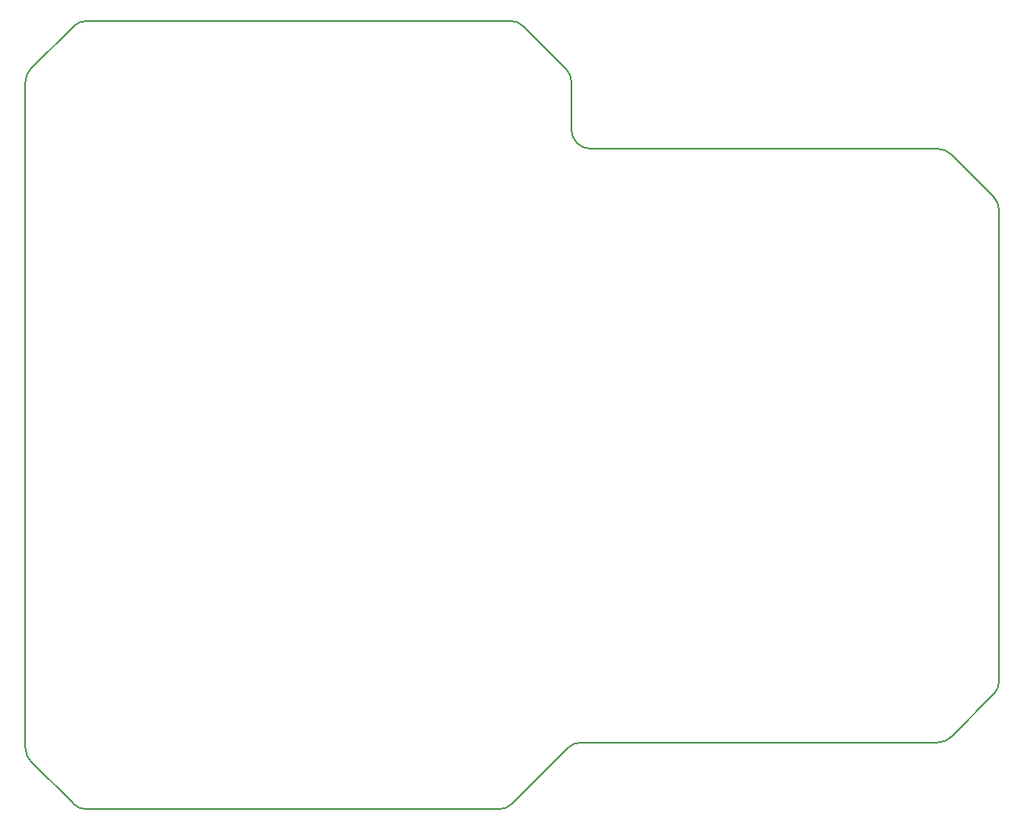
<source format=gbr>
%TF.GenerationSoftware,KiCad,Pcbnew,7.0.10*%
%TF.CreationDate,2024-02-08T22:37:47+01:00*%
%TF.ProjectId,LNA_1MHz,4c4e415f-314d-4487-9a2e-6b696361645f,V0*%
%TF.SameCoordinates,PX62ccf80PY8214c80*%
%TF.FileFunction,Profile,NP*%
%FSLAX46Y46*%
G04 Gerber Fmt 4.6, Leading zero omitted, Abs format (unit mm)*
G04 Created by KiCad (PCBNEW 7.0.10) date 2024-02-08 22:37:47*
%MOMM*%
%LPD*%
G01*
G04 APERTURE LIST*
%TA.AperFunction,Profile*%
%ADD10C,0.200000*%
%TD*%
G04 APERTURE END LIST*
D10*
X57200000Y71200000D02*
G75*
G03*
X59200000Y69200000I2000000J0D01*
G01*
X5014213Y82014214D02*
X585786Y77585786D01*
X57200000Y71200000D02*
X57200000Y76171573D01*
X5014200Y585773D02*
G75*
G03*
X6428427Y0I1414200J1414227D01*
G01*
X585786Y5014214D02*
X5014213Y585786D01*
X585772Y77585800D02*
G75*
G03*
X0Y76171573I1414228J-1414200D01*
G01*
X6428427Y82599981D02*
G75*
G03*
X5014213Y82014214I-27J-1999981D01*
G01*
X6428427Y0D02*
X49571572Y0D01*
X102000000Y13428427D02*
X102000000Y62771573D01*
X101414213Y64185786D02*
X96985786Y68614214D01*
X57199980Y76171573D02*
G75*
G03*
X56614213Y77585786I-1999980J27D01*
G01*
X58228427Y6999981D02*
G75*
G03*
X56814213Y6414214I-27J-1999981D01*
G01*
X95571572Y69200000D02*
X59200000Y69200000D01*
X95571572Y7000020D02*
G75*
G03*
X96985785Y7585787I28J1999980D01*
G01*
X101999980Y62771573D02*
G75*
G03*
X101414213Y64185786I-1999980J27D01*
G01*
X96985786Y7585786D02*
X101414213Y12014214D01*
X50985786Y585786D02*
X56814213Y6414214D01*
X56614213Y77585786D02*
X52185786Y82014214D01*
X50771572Y82600000D02*
X6428427Y82600000D01*
X101414227Y12014200D02*
G75*
G03*
X102000000Y13428427I-1414227J1414200D01*
G01*
X58228427Y7000000D02*
X95571572Y7000000D01*
X0Y76171573D02*
X0Y6428427D01*
X49571572Y20D02*
G75*
G03*
X50985785Y585787I28J1999980D01*
G01*
X96985800Y68614228D02*
G75*
G03*
X95571572Y69200000I-1414200J-1414228D01*
G01*
X52185800Y82014228D02*
G75*
G03*
X50771572Y82600000I-1414200J-1414228D01*
G01*
X20Y6428427D02*
G75*
G03*
X585787Y5014215I1999980J-27D01*
G01*
M02*

</source>
